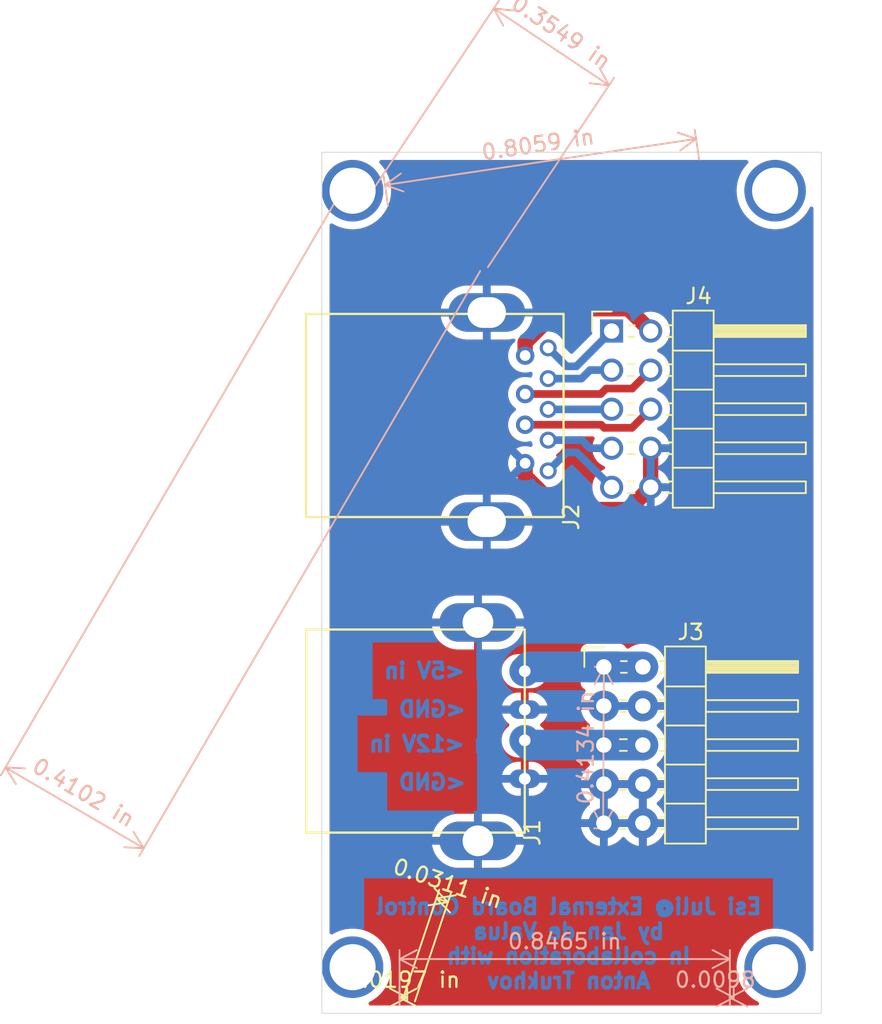
<source format=kicad_pcb>
(kicad_pcb (version 20210824) (generator pcbnew)
  (layers (0 "F.Cu" signal) (31 "B.Cu" signal) (34 "B.Paste" user) (35 "F.Paste" user) (36 "B.SilkS" user "B.Silkscreen") (37 "F.SilkS" user "F.Silkscreen") (38 "B.Mask" user) (39 "F.Mask" user) (44 "Edge.Cuts" user))
  (net 0 "")
  (net 1 "Net-(J2-Pad1)")
  (net 2 "Net-(J2-Pad7)")
  (net 3 "GND")
  (net 4 "/12V")
  (net 5 "/5V")
  (net 6 "/D_P")
  (net 7 "/D_N")
  (net 8 "/ST_P")
  (net 9 "/ST_N")
  (net 10 "/SR_P")
  (net 11 "/SR_N")
  (footprint "Connector_PinHeader_2.54mm:PinHeader_2x05_P2.54mm_Horizontal" (layer "F.Cu") (at 49.8045 43.406)
    (fp_text reference "J4" (at 5.655 -2.27) (layer "F.SilkS"))
    (fp_text value "Conn_02x05_Counter_Clockwise")
    (fp_line (start 3.582929 0.38) (end 3.98 0.38) (layer "F.SilkS") (width 0.12))
    (fp_line (start 3.98 11.49) (end 6.64 11.49) (layer "F.SilkS") (width 0.12))
    (fp_line (start 12.64 4.7) (end 12.64 5.46) (layer "F.SilkS") (width 0.12))
    (fp_line (start 3.98 3.81) (end 6.64 3.81) (layer "F.SilkS") (width 0.12))
    (fp_line (start 1.042929 10.54) (end 1.497071 10.54) (layer "F.SilkS") (width 0.12))
    (fp_line (start 6.64 11.49) (end 6.64 -1.33) (layer "F.SilkS") (width 0.12))
    (fp_line (start 6.64 0.16) (end 12.64 0.16) (layer "F.SilkS") (width 0.12))
    (fp_line (start 12.64 7.24) (end 12.64 8) (layer "F.SilkS") (width 0.12))
    (fp_line (start 12.64 2.16) (end 12.64 2.92) (layer "F.SilkS") (width 0.12))
    (fp_line (start 1.11 -0.38) (end 1.497071 -0.38) (layer "F.SilkS") (width 0.12))
    (fp_line (start 1.042929 8) (end 1.497071 8) (layer "F.SilkS") (width 0.12))
    (fp_line (start 6.64 9.78) (end 12.64 9.78) (layer "F.SilkS") (width 0.12))
    (fp_line (start 12.64 8) (end 6.64 8) (layer "F.SilkS") (width 0.12))
    (fp_line (start 12.64 9.78) (end 12.64 10.54) (layer "F.SilkS") (width 0.12))
    (fp_line (start 12.64 5.46) (end 6.64 5.46) (layer "F.SilkS") (width 0.12))
    (fp_line (start 3.582929 9.78) (end 3.98 9.78) (layer "F.SilkS") (width 0.12))
    (fp_line (start 12.64 0.38) (end 6.64 0.38) (layer "F.SilkS") (width 0.12))
    (fp_line (start 1.042929 9.78) (end 1.497071 9.78) (layer "F.SilkS") (width 0.12))
    (fp_line (start 1.042929 2.92) (end 1.497071 2.92) (layer "F.SilkS") (width 0.12))
    (fp_line (start -1.27 -1.27) (end 0 -1.27) (layer "F.SilkS") (width 0.12))
    (fp_line (start 6.64 4.7) (end 12.64 4.7) (layer "F.SilkS") (width 0.12))
    (fp_line (start 1.042929 5.46) (end 1.497071 5.46) (layer "F.SilkS") (width 0.12))
    (fp_line (start 3.582929 7.24) (end 3.98 7.24) (layer "F.SilkS") (width 0.12))
    (fp_line (start 3.582929 4.7) (end 3.98 4.7) (layer "F.SilkS") (width 0.12))
    (fp_line (start -1.27 0) (end -1.27 -1.27) (layer "F.SilkS") (width 0.12))
    (fp_line (start 3.582929 10.54) (end 3.98 10.54) (layer "F.SilkS") (width 0.12))
    (fp_line (start 12.64 10.54) (end 6.64 10.54) (layer "F.SilkS") (width 0.12))
    (fp_line (start 3.582929 -0.38) (end 3.98 -0.38) (layer "F.SilkS") (width 0.12))
    (fp_line (start 1.042929 2.16) (end 1.497071 2.16) (layer "F.SilkS") (width 0.12))
    (fp_line (start 6.64 -1.33) (end 3.98 -1.33) (layer "F.SilkS") (width 0.12))
    (fp_line (start 12.64 -0.38) (end 12.64 0.38) (layer "F.SilkS") (width 0.12))
    (fp_line (start 3.98 1.27) (end 6.64 1.27) (layer "F.SilkS") (width 0.12))
    (fp_line (start 3.582929 8) (end 3.98 8) (layer "F.SilkS") (width 0.12))
    (fp_line (start 6.64 -0.32) (end 12.64 -0.32) (layer "F.SilkS") (width 0.12))
    (fp_line (start 12.64 2.92) (end 6.64 2.92) (layer "F.SilkS") (width 0.12))
    (fp_line (start 3.582929 2.92) (end 3.98 2.92) (layer "F.SilkS") (width 0.12))
    (fp_line (start 6.64 0.28) (end 12.64 0.28) (layer "F.SilkS") (width 0.12))
    (fp_line (start 6.64 -0.2) (end 12.64 -0.2) (layer "F.SilkS") (width 0.12))
    (fp_line (start 6.64 -0.38) (end 12.64 -0.38) (layer "F.SilkS") (width 0.12))
    (fp_line (start 3.98 6.35) (end 6.64 6.35) (layer "F.SilkS") (width 0.12))
    (fp_line (start 3.98 8.89) (end 6.64 8.89) (layer "F.SilkS") (width 0.12))
    (fp_line (start 3.98 -1.33) (end 3.98 11.49) (layer "F.SilkS") (width 0.12))
    (fp_line (start 6.64 -0.08) (end 12.64 -0.08) (layer "F.SilkS") (width 0.12))
    (fp_line (start 1.042929 7.24) (end 1.497071 7.24) (layer "F.SilkS") (width 0.12))
    (fp_line (start 6.64 0.04) (end 12.64 0.04) (layer "F.SilkS") (width 0.12))
    (fp_line (start 6.64 7.24) (end 12.64 7.24) (layer "F.SilkS") (width 0.12))
    (fp_line (start 1.042929 4.7) (end 1.497071 4.7) (layer "F.SilkS") (width 0.12))
    (fp_line (start 3.582929 5.46) (end 3.98 5.46) (layer "F.SilkS") (width 0.12))
    (fp_line (start 1.11 0.38) (end 1.497071 0.38) (layer "F.SilkS") (width 0.12))
    (fp_line (start 6.64 2.16) (end 12.64 2.16) (layer "F.SilkS") (width 0.12))
    (fp_line (start 3.582929 2.16) (end 3.98 2.16) (layer "F.SilkS") (width 0.12))
    (pad "1" thru_hole rect locked (at 0 0) (size 1.5 1.5) (drill 1) (layers *.Cu *.Mask) (net 11 "/SR_N"))
    (pad "2" thru_hole oval locked (at 2.54 0) (size 1.5 1.5) (drill 1) (layers *.Cu *.Mask) (net 1 "Net-(J2-Pad1)"))
    (pad "3" thru_hole oval locked (at 0 2.54) (size 1.5 1.5) (drill 1) (layers *.Cu *.Mask) (net 10 "/SR_P"))
    (pad "4" thru_hole oval locked (at 2.54 2.54) (size 1.5 1.5) (drill 1) (layers *.Cu *.Mask) (net 7 "/D_N"))
    (pad "5" thru_hole oval locked (at 0 5.08) (size 1.5 1.5) (drill 1) (layers *.Cu *.Mask) (net 2 "Net-(J2-Pad7)"))
    (pad "6" thru_hole oval locked (at 2.54 5.08) (size 1.5 1.5) (drill 1) (layers *.Cu *.Mask) (net 6 "/D_P"))
    (pad "7" thru_hole oval locked (at 0 7.62) (size 1.5 1.5) (drill 1) (layers *.Cu *.Mask) (net 9 "/ST_N"))
    (pad "8" thru_hole oval locked (at 2.54 7.62) (size 1.5 1.5) (drill 1) (layers *.Cu *.Mask) (net 3 "GND"))
    (pad "9" thru_hole oval locked (at 0 10.16) (size 1.5 1.5) (drill 1) (layers *.Cu *.Mask) (net 8 "/ST_P"))
    (pad "10" thru_hole oval locked (at 2.54 10.16) (size 1.5 1.5) (drill 1) (layers *.Cu *.Mask) (net 3 "GND"))
  )
  (footprint "myLib:USB3_A_MOTHER" (layer "F.Cu") (at 46.675 55.5 90)
    (fp_text reference "J2" (at 0 0.5 90) (layer "F.SilkS"))
    (fp_text value "USB3_A")
    (fp_line (start 0 0) (end 0 -16.764) (layer "F.SilkS") (width 0.15))
    (fp_line (start 13.208 0) (end 0 0) (layer "F.SilkS") (width 0.15))
    (fp_line (start 13.208 -16.764) (end 13.208 0) (layer "F.SilkS") (width 0.15))
    (fp_line (start 0 -16.764) (end 13.208 -16.764) (layer "F.SilkS") (width 0.15))
    (pad "1" thru_hole circle locked (at 10.5 -2.5 90) (size 1.2 1.2) (drill 0.7) (layers *.Cu *.Mask) (net 1 "Net-(J2-Pad1)"))
    (pad "2" thru_hole circle locked (at 8 -2.5 90) (size 1.2 1.2) (drill 0.7) (layers *.Cu *.Mask) (net 7 "/D_N"))
    (pad "3" thru_hole circle locked (at 6 -2.5 90) (size 1.2 1.2) (drill 0.7) (layers *.Cu *.Mask) (net 6 "/D_P"))
    (pad "4" thru_hole circle locked (at 3.5 -2.5 90) (size 1.2 1.2) (drill 0.7) (layers *.Cu *.Mask) (net 3 "GND"))
    (pad "5" thru_hole circle locked (at 11 -1 90) (size 1.1 1.1) (drill 0.7) (layers *.Cu *.Mask) (net 11 "/SR_N"))
    (pad "6" thru_hole circle locked (at 9 -1 90) (size 1.1 1.1) (drill 0.7) (layers *.Cu *.Mask) (net 10 "/SR_P"))
    (pad "7" thru_hole circle locked (at 7 -1 90) (size 1.1 1.1) (drill 0.7) (layers *.Cu *.Mask) (net 2 "Net-(J2-Pad7)"))
    (pad "8" thru_hole circle locked (at 5 -1 90) (size 1.1 1.1) (drill 0.7) (layers *.Cu *.Mask) (net 9 "/ST_N"))
    (pad "9" thru_hole circle locked (at 3 -1 90) (size 1.1 1.1) (drill 0.7) (layers *.Cu *.Mask) (net 8 "/ST_P"))
    (pad "10" thru_hole oval locked (at -0.3 -5 90) (size 2.5 5) (drill oval 2 2.5) (layers *.Cu *.Mask) (net 3 "GND"))
    (pad "10" thru_hole oval locked (at 13.3 -5 90) (size 2.5 5) (drill oval 2 2.5) (layers *.Cu *.Mask) (net 3 "GND"))
  )
  (footprint "Connector_PinHeader_2.54mm:PinHeader_2x05_P2.54mm_Horizontal" (layer "F.Cu") (at 49.2965 65.25)
    (fp_text reference "J3" (at 5.655 -2.27) (layer "F.SilkS"))
    (fp_text value "Conn_02x05_Counter_Clockwise")
    (fp_line (start 3.582929 2.92) (end 3.98 2.92) (layer "F.SilkS") (width 0.12))
    (fp_line (start 3.582929 0.38) (end 3.98 0.38) (layer "F.SilkS") (width 0.12))
    (fp_line (start -1.27 0) (end -1.27 -1.27) (layer "F.SilkS") (width 0.12))
    (fp_line (start 12.64 10.54) (end 6.64 10.54) (layer "F.SilkS") (width 0.12))
    (fp_line (start 3.582929 5.46) (end 3.98 5.46) (layer "F.SilkS") (width 0.12))
    (fp_line (start 3.582929 -0.38) (end 3.98 -0.38) (layer "F.SilkS") (width 0.12))
    (fp_line (start 1.042929 8) (end 1.497071 8) (layer "F.SilkS") (width 0.12))
    (fp_line (start 12.64 2.16) (end 12.64 2.92) (layer "F.SilkS") (width 0.12))
    (fp_line (start 3.98 -1.33) (end 3.98 11.49) (layer "F.SilkS") (width 0.12))
    (fp_line (start 6.64 -0.32) (end 12.64 -0.32) (layer "F.SilkS") (width 0.12))
    (fp_line (start 1.042929 2.92) (end 1.497071 2.92) (layer "F.SilkS") (width 0.12))
    (fp_line (start 6.64 -0.08) (end 12.64 -0.08) (layer "F.SilkS") (width 0.12))
    (fp_line (start 12.64 5.46) (end 6.64 5.46) (layer "F.SilkS") (width 0.12))
    (fp_line (start 1.042929 5.46) (end 1.497071 5.46) (layer "F.SilkS") (width 0.12))
    (fp_line (start 6.64 2.16) (end 12.64 2.16) (layer "F.SilkS") (width 0.12))
    (fp_line (start 1.042929 10.54) (end 1.497071 10.54) (layer "F.SilkS") (width 0.12))
    (fp_line (start 12.64 0.38) (end 6.64 0.38) (layer "F.SilkS") (width 0.12))
    (fp_line (start 3.582929 10.54) (end 3.98 10.54) (layer "F.SilkS") (width 0.12))
    (fp_line (start 3.582929 8) (end 3.98 8) (layer "F.SilkS") (width 0.12))
    (fp_line (start 6.64 7.24) (end 12.64 7.24) (layer "F.SilkS") (width 0.12))
    (fp_line (start 3.582929 2.16) (end 3.98 2.16) (layer "F.SilkS") (width 0.12))
    (fp_line (start 1.11 -0.38) (end 1.497071 -0.38) (layer "F.SilkS") (width 0.12))
    (fp_line (start 3.582929 7.24) (end 3.98 7.24) (layer "F.SilkS") (width 0.12))
    (fp_line (start 1.042929 7.24) (end 1.497071 7.24) (layer "F.SilkS") (width 0.12))
    (fp_line (start 6.64 0.04) (end 12.64 0.04) (layer "F.SilkS") (width 0.12))
    (fp_line (start 12.64 9.78) (end 12.64 10.54) (layer "F.SilkS") (width 0.12))
    (fp_line (start 6.64 -0.38) (end 12.64 -0.38) (layer "F.SilkS") (width 0.12))
    (fp_line (start 12.64 7.24) (end 12.64 8) (layer "F.SilkS") (width 0.12))
    (fp_line (start 12.64 8) (end 6.64 8) (layer "F.SilkS") (width 0.12))
    (fp_line (start 12.64 2.92) (end 6.64 2.92) (layer "F.SilkS") (width 0.12))
    (fp_line (start -1.27 -1.27) (end 0 -1.27) (layer "F.SilkS") (width 0.12))
    (fp_line (start 1.042929 4.7) (end 1.497071 4.7) (layer "F.SilkS") (width 0.12))
    (fp_line (start 1.042929 2.16) (end 1.497071 2.16) (layer "F.SilkS") (width 0.12))
    (fp_line (start 6.64 4.7) (end 12.64 4.7) (layer "F.SilkS") (width 0.12))
    (fp_line (start 3.98 3.81) (end 6.64 3.81) (layer "F.SilkS") (width 0.12))
    (fp_line (start 3.98 11.49) (end 6.64 11.49) (layer "F.SilkS") (width 0.12))
    (fp_line (start 6.64 -1.33) (end 3.98 -1.33) (layer "F.SilkS") (width 0.12))
    (fp_line (start 3.98 8.89) (end 6.64 8.89) (layer "F.SilkS") (width 0.12))
    (fp_line (start 3.98 1.27) (end 6.64 1.27) (layer "F.SilkS") (width 0.12))
    (fp_line (start 6.64 11.49) (end 6.64 -1.33) (layer "F.SilkS") (width 0.12))
    (fp_line (start 12.64 -0.38) (end 12.64 0.38) (layer "F.SilkS") (width 0.12))
    (fp_line (start 1.042929 9.78) (end 1.497071 9.78) (layer "F.SilkS") (width 0.12))
    (fp_line (start 12.64 4.7) (end 12.64 5.46) (layer "F.SilkS") (width 0.12))
    (fp_line (start 3.98 6.35) (end 6.64 6.35) (layer "F.SilkS") (width 0.12))
    (fp_line (start 6.64 0.16) (end 12.64 0.16) (layer "F.SilkS") (width 0.12))
    (fp_line (start 6.64 9.78) (end 12.64 9.78) (layer "F.SilkS") (width 0.12))
    (fp_line (start 6.64 -0.2) (end 12.64 -0.2) (layer "F.SilkS") (width 0.12))
    (fp_line (start 6.64 0.28) (end 12.64 0.28) (layer "F.SilkS") (width 0.12))
    (fp_line (start 1.11 0.38) (end 1.497071 0.38) (layer "F.SilkS") (width 0.12))
    (fp_line (start 3.582929 9.78) (end 3.98 9.78) (layer "F.SilkS") (width 0.12))
    (fp_line (start 3.582929 4.7) (end 3.98 4.7) (layer "F.SilkS") (width 0.12))
    (pad "1" thru_hole rect locked (at 0 0) (size 2 2) (drill 1) (layers *.Cu *.Mask) (net 5 "/5V"))
    (pad "2" thru_hole oval locked (at 2.54 0) (size 2 2) (drill 1) (layers *.Cu *.Mask) (net 5 "/5V"))
    (pad "3" thru_hole oval locked (at 0 2.54) (size 2 2) (drill 1) (layers *.Cu *.Mask) (net 3 "GND"))
    (pad "4" thru_hole oval locked (at 2.54 2.54) (size 2 2) (drill 1) (layers *.Cu *.Mask) (net 3 "GND"))
    (pad "5" thru_hole oval locked (at 0 5.08) (size 2 2) (drill 1) (layers *.Cu *.Mask) (net 4 "/12V"))
    (pad "6" thru_hole oval locked (at 2.54 5.08) (size 2 2) (drill 1) (layers *.Cu *.Mask) (net 4 "/12V"))
    (pad "7" thru_hole oval locked (at 0 7.62) (size 2 2) (drill 1) (layers *.Cu *.Mask) (net 3 "GND"))
    (pad "8" thru_hole oval locked (at 2.54 7.62) (size 2 2) (drill 1) (layers *.Cu *.Mask) (net 3 "GND"))
    (pad "9" thru_hole oval locked (at 0 10.16) (size 2 2) (drill 1) (layers *.Cu *.Mask) (net 3 "GND"))
    (pad "10" thru_hole oval locked (at 2.54 10.16) (size 2 2) (drill 1) (layers *.Cu *.Mask) (net 3 "GND"))
  )
  (footprint "myLib:USB_A_MOTHER" (layer "F.Cu") (at 44.15 76.025 90)
    (fp_text reference "J1" (at 0 0.5 90) (layer "F.SilkS"))
    (fp_text value "USB_A")
    (fp_line (start 0 0) (end 0 -14.224) (layer "F.SilkS") (width 0.15))
    (fp_line (start 0 -14.224) (end 13.208 -14.224) (layer "F.SilkS") (width 0.15))
    (fp_line (start 13.208 -14.224) (end 13.208 0) (layer "F.SilkS") (width 0.15))
    (fp_line (start 13.208 0) (end 0 0) (layer "F.SilkS") (width 0.15))
    (pad "1" thru_hole oval locked (at 10.5 0 90) (size 1.2 2) (drill 0.762) (layers *.Cu *.Mask) (net 5 "/5V"))
    (pad "2" thru_hole oval locked (at 8 0 90) (size 1.2 2) (drill 0.762) (layers *.Cu *.Mask) (net 3 "GND"))
    (pad "3" thru_hole oval locked (at 6 0 90) (size 1.2 2) (drill 0.762) (layers *.Cu *.Mask) (net 4 "/12V"))
    (pad "4" thru_hole oval locked (at 3.5 0 90) (size 1.2 2) (drill 0.762) (layers *.Cu *.Mask) (net 3 "GND"))
    (pad "5" thru_hole oval locked (at 13.666 -3.048 90) (size 2.5 5) (drill oval 2) (layers *.Cu *.Mask) (net 3 "GND"))
    (pad "5" thru_hole oval locked (at -0.534 -3.048 90) (size 2.5 5) (drill oval 2) (layers *.Cu *.Mask) (net 3 "GND"))
  )
  (footprint "julialogo:esi_logo" (layer "F.Cu") (at 52 35.75)
    (fp_text reference "G***" hide)
    (fp_text value "LOGO" hide)
  )
  (footprint "julialogo:julia_logo" (layer "F.Cu") (at 47 82.75)
    (fp_text reference "G***" hide)
    (fp_text value "LOGO" hide)
  )
  (gr_line (start 63.4445 31.778) (end 30.9445 31.778) (layer "Edge.Cuts") (width 0.05))
  (gr_line (start 63.4445 31.778) (end 63.4445 87.778) (layer "Edge.Cuts") (width 0.05))
  (gr_line (start 30.9445 31.778) (end 30.9445 87.778) (layer "Edge.Cuts") (width 0.05))
  (gr_line (start 30.9445 87.778) (end 63.4445 87.778) (layer "Edge.Cuts") (width 0.05))
  (gr_text "Esi Juli@ External Board Control\nby Jan de Valua\nIn collaboration with\nAnton Trukhov" (at 47 83.25) (layer "B.Cu") (effects (font (size 1 1) (thickness 0.25)) (justify mirror)))
  (gr_text "<GND" (at 38.125 72.75) (layer "B.Cu") (effects (font (size 1 1) (thickness 0.25)) (justify mirror)))
  (gr_text "<12V in" (at 37.125 70.25) (layer "B.Cu") (effects (font (size 1 1) (thickness 0.25)) (justify mirror)))
  (gr_text "<5V in" (at 37.625 65.5) (layer "B.Cu") (effects (font (size 1 1) (thickness 0.25)) (justify mirror)))
  (gr_text "<GND" (at 38.125 68) (layer "B.Cu") (effects (font (size 1 1) (thickness 0.25)) (justify mirror)))
  (dimension (type aligned) (layer "B.SilkS") (pts (xy 32.25 34.25) (xy 41.25 39.5)) (height 43.458874) (gr_text "0.4102 in" (at 15.431785 73.420512 329.7435628) (layer "B.SilkS") (effects (font (size 1 1) (thickness 0.15)))) (format (units 0) (units_format 1) (precision 4)) (style (thickness 0.12) (arrow_length 1.27) (text_position_mode 0) (extension_height 0.58642) (extension_offset 0) keep_text_aligned))
  (dimension (type aligned) (layer "B.SilkS") (pts (xy 49.25 75.75) (xy 49.2965 65.25)) (height 0) (gr_text "0.4134 in" (at 48.123261 70.494907 89.74626321) (layer "B.SilkS") (effects (font (size 1 1) (thickness 0.15)))) (format (units 0) (units_format 1) (precision 4)) (style (thickness 0.12) (arrow_length 1.27) (text_position_mode 0) (extension_height 0.58642) (extension_offset 0) keep_text_aligned))
  (dimension (type aligned) (layer "B.SilkS") (pts (xy 35.25 35.25) (xy 55.5 32.25)) (height -1.355574) (gr_text "0.8059 in" (at 45.007811 31.271478 8.426969021) (layer "B.SilkS") (effects (font (size 1 1) (thickness 0.15)))) (format (units 0) (units_format 1) (precision 4)) (style (thickness 0.12) (arrow_length 1.27) (text_position_mode 0) (extension_height 0.58642) (extension_offset 0) keep_text_aligned))
  (dimension (type aligned) (layer "B.SilkS") (pts (xy 34.25 34.25) (xy 41.75 39.25)) (height -14.214192) (gr_text "0.3549 in" (at 46.52252 23.966219 326.3099325) (layer "B.SilkS") (effects (font (size 1 1) (thickness 0.15)))) (format (units 0) (units_format 1) (precision 4)) (style (thickness 0.12) (arrow_length 1.27) (text_position_mode 0) (extension_height 0.58642) (extension_offset 0) keep_text_aligned))
  (dimension (type aligned) (layer "B.SilkS") (pts (xy 57.5 86.75) (xy 57.75 86.75)) (height 0) (gr_text "0.0098 in" (at 57.625 85.6) (layer "B.SilkS") (effects (font (size 1 1) (thickness 0.15)))) (format (units 0) (units_format 1) (precision 4)) (style (thickness 0.12) (arrow_length 1.27) (text_position_mode 0) (extension_height 0.58642) (extension_offset 0) keep_text_aligned))
  (dimension (type aligned) (layer "B.SilkS") (pts (xy 57.5 87.25) (xy 36 87.25)) (height 3) (gr_text "0.8465 in" (at 46.75 83.1) (layer "B.SilkS") (effects (font (size 1 1) (thickness 0.15)))) (format (units 0) (units_format 1) (precision 4)) (style (thickness 0.12) (arrow_length 1.27) (text_position_mode 0) (extension_height 0.58642) (extension_offset 0) keep_text_aligned))
  (dimension (type aligned) (layer "F.SilkS") (pts (xy 37 87) (xy 36.25 86.75)) (height 6.798896) (gr_text "0.0311 in" (at 39.138662 79.334015 -18.43494882) (layer "F.SilkS") (effects (font (size 1 1) (thickness 0.15)))) (format (units 0) (units_format 1) (precision 4)) (style (thickness 0.12) (arrow_length 1.27) (text_position_mode 0) (extension_height 0.58642) (extension_offset 0) keep_text_aligned))
  (dimension (type aligned) (layer "F.SilkS") (pts (xy 36.5 87) (xy 36 87)) (height 0.25) (gr_text "0.0197 in" (at 36.25 85.6) (layer "F.SilkS") (effects (font (size 1 1) (thickness 0.15)))) (format (units 0) (units_format 1) (precision 4)) (style (thickness 0.12) (arrow_length 1.27) (text_position_mode 0) (extension_height 0.58642) (extension_offset 0) keep_text_aligned))
  (via (at 60.4445 34.278) (size 4) (drill 3) (layers "F.Cu" "B.Cu") (net 0))
  (via (at 60.4445 84.778) (size 4) (drill 3) (layers "F.Cu" "B.Cu") (net 0))
  (via (at 32.9445 84.778) (size 4) (drill 3) (layers "F.Cu" "B.Cu") (net 0))
  (via (at 32.9445 34.278) (size 4) (drill 3) (layers "F.Cu" "B.Cu") (net 0))
  (segment (start 46.369983 41.956489) (end 50.894989 41.956489) (width 1) (layer "F.Cu") (net 1))
  (segment (start 50.894989 41.956489) (end 52.3445 43.406) (width 1) (layer "F.Cu") (net 1))
  (segment (start 44.175 45) (end 44.175 44.151472) (width 1) (layer "F.Cu") (net 1))
  (segment (start 44.175 44.151472) (end 46.369983 41.956489) (width 1) (layer "F.Cu") (net 1))
  (segment (start 49.7905 48.5) (end 49.8045 48.486) (width 0.5) (layer "B.Cu") (net 2))
  (segment (start 45.675 48.5) (end 49.7905 48.5) (width 0.5) (layer "B.Cu") (net 2))
  (segment (start 52.3445 53.566) (end 52.3445 51.026) (width 1) (layer "F.Cu") (net 3))
  (segment (start 44.175 52) (end 44.175 52.848528) (width 1) (layer "F.Cu") (net 3))
  (segment (start 50.894989 55.015511) (end 52.3445 53.566) (width 1) (layer "F.Cu") (net 3))
  (segment (start 46.341983 55.015511) (end 50.894989 55.015511) (width 1) (layer "F.Cu") (net 3))
  (segment (start 44.175 52.848528) (end 46.341983 55.015511) (width 1) (layer "F.Cu") (net 3))
  (segment (start 54.6305 72.87) (end 55.9005 71.6) (width 0.5) (layer "B.Cu") (net 3))
  (segment (start 55.9005 71.6) (end 55.9005 68.7425) (width 0.5) (layer "B.Cu") (net 3))
  (segment (start 51.8365 72.87) (end 54.6305 72.87) (width 0.5) (layer "B.Cu") (net 3))
  (segment (start 54.948 67.79) (end 51.8365 67.79) (width 0.5) (layer "B.Cu") (net 3))
  (segment (start 55.9005 68.7425) (end 54.948 67.79) (width 0.5) (layer "B.Cu") (net 3))
  (segment (start 49.2965 67.79) (end 51.8365 67.79) (width 0.5) (layer "B.Cu") (net 3))
  (segment (start 51.8365 75.41) (end 51.8365 72.87) (width 0.5) (layer "B.Cu") (net 3))
  (segment (start 49.2965 72.87) (end 49.2965 75.41) (width 0.5) (layer "B.Cu") (net 3))
  (segment (start 50.376 72.87) (end 51.8365 72.87) (width 0.5) (layer "B.Cu") (net 3))
  (segment (start 51.8365 70.33) (end 44.455 70.33) (width 2) (layer "B.Cu") (net 4))
  (segment (start 44.455 70.33) (end 44.15 70.025) (width 2) (layer "B.Cu") (net 4))
  (segment (start 44.425 65.25) (end 44.15 65.525) (width 2) (layer "B.Cu") (net 5))
  (segment (start 51.8365 65.25) (end 44.425 65.25) (width 2) (layer "B.Cu") (net 5))
  (segment (start 49.122134 49.5) (end 49.322134 49.7) (width 0.5) (layer "F.Cu") (net 6))
  (segment (start 44.175 49.5) (end 49.122134 49.5) (width 0.5) (layer "F.Cu") (net 6))
  (segment (start 51.1305 49.7) (end 52.3445 48.486) (width 0.5) (layer "F.Cu") (net 6))
  (segment (start 49.322134 49.7) (end 51.1305 49.7) (width 0.5) (layer "F.Cu") (net 6))
  (segment (start 49.448623 47.145511) (end 51.144989 47.145511) (width 0.5) (layer "F.Cu") (net 7))
  (segment (start 44.175 47.5) (end 49.094134 47.5) (width 0.5) (layer "F.Cu") (net 7))
  (segment (start 49.094134 47.5) (end 49.448623 47.145511) (width 0.5) (layer "F.Cu") (net 7))
  (segment (start 51.144989 47.145511) (end 52.3445 45.946) (width 0.5) (layer "F.Cu") (net 7))
  (segment (start 47.5385 51.3) (end 49.8045 53.566) (width 0.5) (layer "B.Cu") (net 8))
  (segment (start 46.875 51.3) (end 47.5385 51.3) (width 0.5) (layer "B.Cu") (net 8))
  (segment (start 45.675 52.5) (end 46.875 51.3) (width 0.5) (layer "B.Cu") (net 8))
  (segment (start 47.869871 50.5) (end 48.395871 51.026) (width 0.5) (layer "B.Cu") (net 9))
  (segment (start 48.395871 51.026) (end 49.8045 51.026) (width 0.5) (layer "B.Cu") (net 9))
  (segment (start 45.675 50.5) (end 47.869871 50.5) (width 0.5) (layer "B.Cu") (net 9))
  (segment (start 48.395871 45.946) (end 49.8045 45.946) (width 0.5) (layer "B.Cu") (net 10))
  (segment (start 45.675 46.5) (end 47.841871 46.5) (width 0.5) (layer "B.Cu") (net 10))
  (segment (start 47.841871 46.5) (end 48.395871 45.946) (width 0.5) (layer "B.Cu") (net 10))
  (segment (start 45.675 44.5) (end 46.875 45.7) (width 0.5) (layer "B.Cu") (net 11))
  (segment (start 46.875 45.7) (end 47.5105 45.7) (width 0.5) (layer "B.Cu") (net 11))
  (segment (start 47.5105 45.7) (end 49.8045 43.406) (width 0.5) (layer "B.Cu") (net 11))
  (zone (net 3) (net_name "GND") (layers F&B.Cu) (connect_pads (clearance 0.508)) (min_thickness 0.254) (fill yes (thermal_gap 0.508) (thermal_bridge_width 0.508))
    (polygon (pts (xy 64.175 88.475) (xy 29.65 88.475) (xy 29.75 29.975) (xy 64.725 29.975)))
  )
)
</source>
